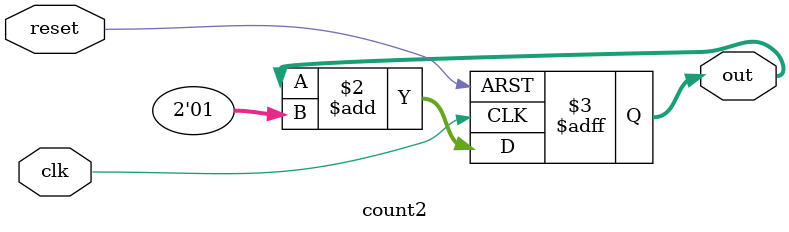
<source format=v>
module count2( clk,reset,out);
input clk, reset;
output reg [1:0] out;

always @ (posedge clk or posedge reset)
begin
	if (reset)
		out <= 2'd0;
	else
		out <= out + 2'd1;
end
endmodule 
</source>
